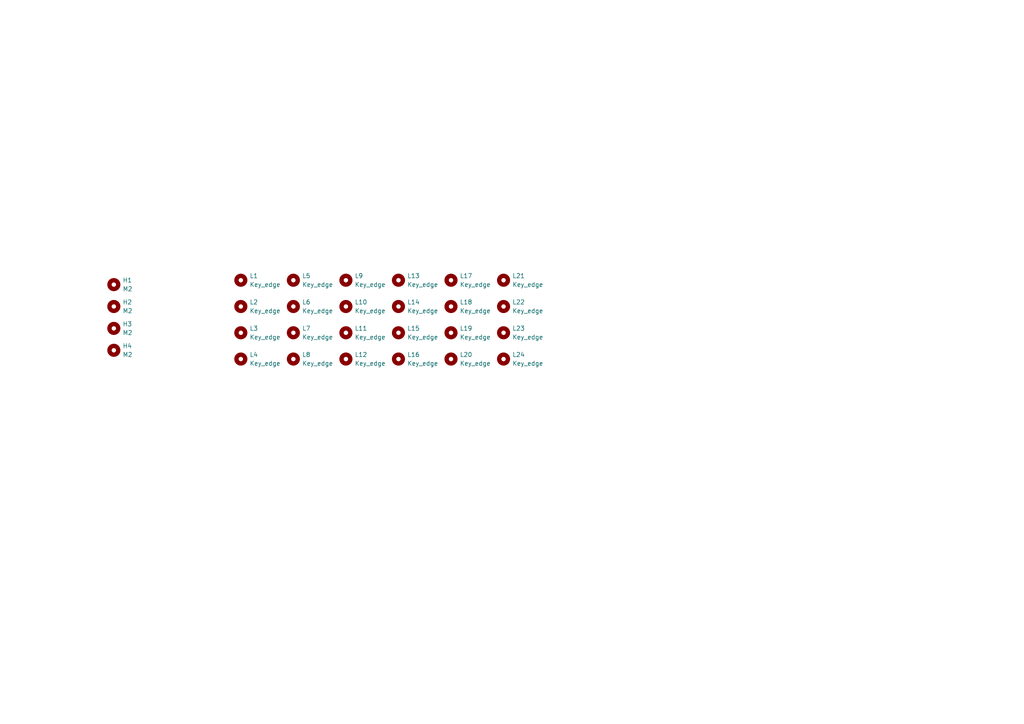
<source format=kicad_sch>
(kicad_sch (version 20250114) (generator "eeschema") (generator_version "9.0")
  (paper "A4")
  (lib_symbols
    (symbol "Mechanical:MountingHole" (pin_names (offset 1.016))
      (property "Reference" "H" (at 0 5.08 0))
      (property "Value" "MountingHole" (at 0 3.175 0))
      (symbol "MountingHole_0_1"
        (circle (center 0 0) (radius 1.27) (stroke (width 1.27)))
      )
    )
  )
  (symbol (lib_id "Mechanical:MountingHole") (at 100.33 104.14 0) (unit 1)
    (property "Reference" "L12" (at 102.87 102.8699 0) (effects (justify left)))
    (property "Value" "Key_edge" (at 102.87 105.4099 0) (effects (justify left)))
    (property "Footprint" "DreaM117er-keebLibrary:SW_Keyboard_Hole_1.00u" (effects (hide yes)))
  )
  (symbol (lib_id "Mechanical:MountingHole") (at 69.85 81.28 0) (unit 1)
    (property "Reference" "L1" (at 72.39 80.0099 0) (effects (justify left)))
    (property "Value" "Key_edge" (at 72.39 82.5499 0) (effects (justify left)))
    (property "Footprint" "DreaM117er-keebLibrary:SW_Keyboard_Hole_1.00u" (effects (hide yes)))
  )
  (symbol (lib_id "Mechanical:MountingHole") (at 69.85 88.9 0) (unit 1)
    (property "Reference" "L2" (at 72.39 87.6299 0) (effects (justify left)))
    (property "Value" "Key_edge" (at 72.39 90.1699 0) (effects (justify left)))
    (property "Footprint" "DreaM117er-keebLibrary:SW_Keyboard_Hole_1.00u" (effects (hide yes)))
  )
  (symbol (lib_id "Mechanical:MountingHole") (at 33.02 95.25 0) (unit 1)
    (property "Reference" "H3" (at 35.56 93.98 0) (effects (justify left)))
    (property "Value" "M2" (at 35.56 96.52 0) (effects (justify left)))
    (property "Footprint" "MountingHole:MountingHole_2.2mm_M2" (effects (hide yes)))
  )
  (symbol (lib_id "Mechanical:MountingHole") (at 115.57 81.28 0) (unit 1)
    (property "Reference" "L13" (at 118.11 80.0099 0) (effects (justify left)))
    (property "Value" "Key_edge" (at 118.11 82.5499 0) (effects (justify left)))
    (property "Footprint" "DreaM117er-keebLibrary:SW_Keyboard_Hole_1.00u" (effects (hide yes)))
  )
  (symbol (lib_id "Mechanical:MountingHole") (at 130.81 81.28 0) (unit 1)
    (property "Reference" "L17" (at 133.35 80.0099 0) (effects (justify left)))
    (property "Value" "Key_edge" (at 133.35 82.5499 0) (effects (justify left)))
    (property "Footprint" "DreaM117er-keebLibrary:SW_Keyboard_Hole_1.00u" (effects (hide yes)))
  )
  (symbol (lib_id "Mechanical:MountingHole") (at 69.85 104.14 0) (unit 1)
    (property "Reference" "L4" (at 72.39 102.8699 0) (effects (justify left)))
    (property "Value" "Key_edge" (at 72.39 105.4099 0) (effects (justify left)))
    (property "Footprint" "DreaM117er-keebLibrary:SW_Keyboard_Hole_1.00u" (effects (hide yes)))
  )
  (symbol (lib_id "Mechanical:MountingHole") (at 130.81 88.9 0) (unit 1)
    (property "Reference" "L18" (at 133.35 87.6299 0) (effects (justify left)))
    (property "Value" "Key_edge" (at 133.35 90.1699 0) (effects (justify left)))
    (property "Footprint" "DreaM117er-keebLibrary:SW_Keyboard_Hole_1.00u" (effects (hide yes)))
  )
  (symbol (lib_id "Mechanical:MountingHole") (at 115.57 96.52 0) (unit 1)
    (property "Reference" "L15" (at 118.11 95.2499 0) (effects (justify left)))
    (property "Value" "Key_edge" (at 118.11 97.7899 0) (effects (justify left)))
    (property "Footprint" "DreaM117er-keebLibrary:SW_Keyboard_Hole_1.00u" (effects (hide yes)))
  )
  (symbol (lib_id "Mechanical:MountingHole") (at 100.33 81.28 0) (unit 1)
    (property "Reference" "L9" (at 102.87 80.0099 0) (effects (justify left)))
    (property "Value" "Key_edge" (at 102.87 82.5499 0) (effects (justify left)))
    (property "Footprint" "DreaM117er-keebLibrary:SW_Keyboard_Hole_1.00u" (effects (hide yes)))
  )
  (symbol (lib_id "Mechanical:MountingHole") (at 146.05 96.52 0) (unit 1)
    (property "Reference" "L23" (at 148.59 95.2499 0) (effects (justify left)))
    (property "Value" "Key_edge" (at 148.59 97.7899 0) (effects (justify left)))
    (property "Footprint" "DreaM117er-keebLibrary:SW_Keyboard_Hole_1.00u" (effects (hide yes)))
  )
  (symbol (lib_id "Mechanical:MountingHole") (at 146.05 81.28 0) (unit 1)
    (property "Reference" "L21" (at 148.59 80.0099 0) (effects (justify left)))
    (property "Value" "Key_edge" (at 148.59 82.5499 0) (effects (justify left)))
    (property "Footprint" "DreaM117er-keebLibrary:SW_Keyboard_Hole_1.00u" (effects (hide yes)))
  )
  (symbol (lib_id "Mechanical:MountingHole") (at 115.57 88.9 0) (unit 1)
    (property "Reference" "L14" (at 118.11 87.6299 0) (effects (justify left)))
    (property "Value" "Key_edge" (at 118.11 90.1699 0) (effects (justify left)))
    (property "Footprint" "DreaM117er-keebLibrary:SW_Keyboard_Hole_1.00u" (effects (hide yes)))
  )
  (symbol (lib_id "Mechanical:MountingHole") (at 69.85 96.52 0) (unit 1)
    (property "Reference" "L3" (at 72.39 95.2499 0) (effects (justify left)))
    (property "Value" "Key_edge" (at 72.39 97.7899 0) (effects (justify left)))
    (property "Footprint" "DreaM117er-keebLibrary:SW_Keyboard_Hole_1.00u" (effects (hide yes)))
  )
  (symbol (lib_id "Mechanical:MountingHole") (at 33.02 101.6 0) (unit 1)
    (property "Reference" "H4" (at 35.56 100.33 0) (effects (justify left)))
    (property "Value" "M2" (at 35.56 102.87 0) (effects (justify left)))
    (property "Footprint" "MountingHole:MountingHole_2.2mm_M2" (effects (hide yes)))
  )
  (symbol (lib_id "Mechanical:MountingHole") (at 85.09 96.52 0) (unit 1)
    (property "Reference" "L7" (at 87.63 95.2499 0) (effects (justify left)))
    (property "Value" "Key_edge" (at 87.63 97.7899 0) (effects (justify left)))
    (property "Footprint" "DreaM117er-keebLibrary:SW_Keyboard_Hole_1.00u" (effects (hide yes)))
  )
  (symbol (lib_id "Mechanical:MountingHole") (at 130.81 104.14 0) (unit 1)
    (property "Reference" "L20" (at 133.35 102.8699 0) (effects (justify left)))
    (property "Value" "Key_edge" (at 133.35 105.4099 0) (effects (justify left)))
    (property "Footprint" "DreaM117er-keebLibrary:SW_Keyboard_Hole_1.00u" (effects (hide yes)))
  )
  (symbol (lib_id "Mechanical:MountingHole") (at 130.81 96.52 0) (unit 1)
    (property "Reference" "L19" (at 133.35 95.2499 0) (effects (justify left)))
    (property "Value" "Key_edge" (at 133.35 97.7899 0) (effects (justify left)))
    (property "Footprint" "DreaM117er-keebLibrary:SW_Keyboard_Hole_1.00u" (effects (hide yes)))
  )
  (symbol (lib_id "Mechanical:MountingHole") (at 33.02 82.55 0) (unit 1)
    (property "Reference" "H1" (at 35.56 81.28 0) (effects (justify left)))
    (property "Value" "M2" (at 35.56 83.82 0) (effects (justify left)))
    (property "Footprint" "MountingHole:MountingHole_2.2mm_M2" (effects (hide yes)))
  )
  (symbol (lib_id "Mechanical:MountingHole") (at 33.02 88.9 0) (unit 1)
    (property "Reference" "H2" (at 35.56 87.63 0) (effects (justify left)))
    (property "Value" "M2" (at 35.56 90.17 0) (effects (justify left)))
    (property "Footprint" "MountingHole:MountingHole_2.2mm_M2" (effects (hide yes)))
  )
  (symbol (lib_id "Mechanical:MountingHole") (at 146.05 104.14 0) (unit 1)
    (property "Reference" "L24" (at 148.59 102.8699 0) (effects (justify left)))
    (property "Value" "Key_edge" (at 148.59 105.4099 0) (effects (justify left)))
    (property "Footprint" "DreaM117er-keebLibrary:SW_Keyboard_Hole_1.00u" (effects (hide yes)))
  )
  (symbol (lib_id "Mechanical:MountingHole") (at 100.33 96.52 0) (unit 1)
    (property "Reference" "L11" (at 102.87 95.2499 0) (effects (justify left)))
    (property "Value" "Key_edge" (at 102.87 97.7899 0) (effects (justify left)))
    (property "Footprint" "DreaM117er-keebLibrary:SW_Keyboard_Hole_1.00u" (effects (hide yes)))
  )
  (symbol (lib_id "Mechanical:MountingHole") (at 146.05 88.9 0) (unit 1)
    (property "Reference" "L22" (at 148.59 87.6299 0) (effects (justify left)))
    (property "Value" "Key_edge" (at 148.59 90.1699 0) (effects (justify left)))
    (property "Footprint" "DreaM117er-keebLibrary:SW_Keyboard_Hole_1.00u" (effects (hide yes)))
  )
  (symbol (lib_id "Mechanical:MountingHole") (at 85.09 81.28 0) (unit 1)
    (property "Reference" "L5" (at 87.63 80.0099 0) (effects (justify left)))
    (property "Value" "Key_edge" (at 87.63 82.5499 0) (effects (justify left)))
    (property "Footprint" "DreaM117er-keebLibrary:SW_Keyboard_Hole_1.00u" (effects (hide yes)))
  )
  (symbol (lib_id "Mechanical:MountingHole") (at 100.33 88.9 0) (unit 1)
    (property "Reference" "L10" (at 102.87 87.6299 0) (effects (justify left)))
    (property "Value" "Key_edge" (at 102.87 90.1699 0) (effects (justify left)))
    (property "Footprint" "DreaM117er-keebLibrary:SW_Keyboard_Hole_1.00u" (effects (hide yes)))
  )
  (symbol (lib_id "Mechanical:MountingHole") (at 85.09 104.14 0) (unit 1)
    (property "Reference" "L8" (at 87.63 102.8699 0) (effects (justify left)))
    (property "Value" "Key_edge" (at 87.63 105.4099 0) (effects (justify left)))
    (property "Footprint" "DreaM117er-keebLibrary:SW_Keyboard_Hole_1.00u" (effects (hide yes)))
  )
  (symbol (lib_id "Mechanical:MountingHole") (at 85.09 88.9 0) (unit 1)
    (property "Reference" "L6" (at 87.63 87.6299 0) (effects (justify left)))
    (property "Value" "Key_edge" (at 87.63 90.1699 0) (effects (justify left)))
    (property "Footprint" "DreaM117er-keebLibrary:SW_Keyboard_Hole_1.00u" (effects (hide yes)))
  )
  (symbol (lib_id "Mechanical:MountingHole") (at 115.57 104.14 0) (unit 1)
    (property "Reference" "L16" (at 118.11 102.8699 0) (effects (justify left)))
    (property "Value" "Key_edge" (at 118.11 105.4099 0) (effects (justify left)))
    (property "Footprint" "DreaM117er-keebLibrary:SW_Keyboard_Hole_1.00u" (effects (hide yes)))
  )
)
</source>
